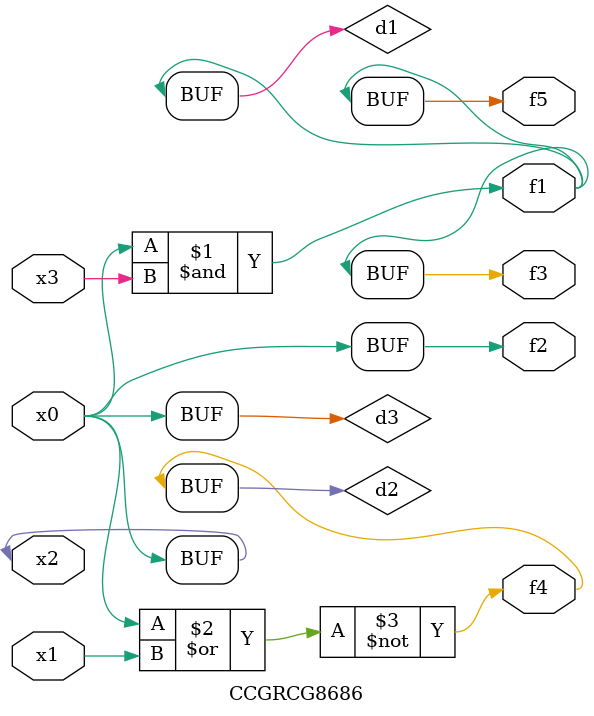
<source format=v>
module CCGRCG8686(
	input x0, x1, x2, x3,
	output f1, f2, f3, f4, f5
);

	wire d1, d2, d3;

	and (d1, x2, x3);
	nor (d2, x0, x1);
	buf (d3, x0, x2);
	assign f1 = d1;
	assign f2 = d3;
	assign f3 = d1;
	assign f4 = d2;
	assign f5 = d1;
endmodule

</source>
